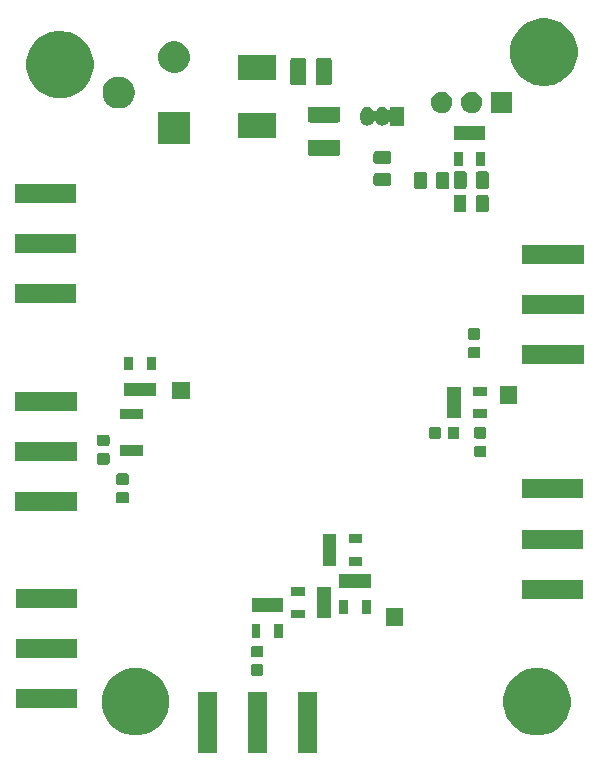
<source format=gbr>
G04 #@! TF.GenerationSoftware,KiCad,Pcbnew,(5.1.5)-3*
G04 #@! TF.CreationDate,2020-05-10T15:52:49-07:00*
G04 #@! TF.ProjectId,april_proj,61707269-6c5f-4707-926f-6a2e6b696361,rev?*
G04 #@! TF.SameCoordinates,Original*
G04 #@! TF.FileFunction,Soldermask,Top*
G04 #@! TF.FilePolarity,Negative*
%FSLAX46Y46*%
G04 Gerber Fmt 4.6, Leading zero omitted, Abs format (unit mm)*
G04 Created by KiCad (PCBNEW (5.1.5)-3) date 2020-05-10 15:52:49*
%MOMM*%
%LPD*%
G04 APERTURE LIST*
%ADD10C,0.100000*%
G04 APERTURE END LIST*
D10*
G36*
X47276000Y-83216000D02*
G01*
X45674000Y-83216000D01*
X45674000Y-78034000D01*
X47276000Y-78034000D01*
X47276000Y-83216000D01*
G37*
G36*
X51526000Y-83216000D02*
G01*
X49924000Y-83216000D01*
X49924000Y-78034000D01*
X51526000Y-78034000D01*
X51526000Y-83216000D01*
G37*
G36*
X55776000Y-83216000D02*
G01*
X54174000Y-83216000D01*
X54174000Y-78034000D01*
X55776000Y-78034000D01*
X55776000Y-83216000D01*
G37*
G36*
X41206606Y-76133563D02*
G01*
X41725455Y-76348477D01*
X42192406Y-76660484D01*
X42589516Y-77057594D01*
X42901523Y-77524545D01*
X43116437Y-78043394D01*
X43225999Y-78594201D01*
X43225999Y-79155799D01*
X43116437Y-79706606D01*
X42901523Y-80225455D01*
X42589516Y-80692406D01*
X42192406Y-81089516D01*
X41725455Y-81401523D01*
X41206606Y-81616437D01*
X40655800Y-81725999D01*
X40094200Y-81725999D01*
X39543394Y-81616437D01*
X39024545Y-81401523D01*
X38557594Y-81089516D01*
X38160484Y-80692406D01*
X37848477Y-80225455D01*
X37633563Y-79706606D01*
X37524001Y-79155799D01*
X37524001Y-78594201D01*
X37633563Y-78043394D01*
X37848477Y-77524545D01*
X38160484Y-77057594D01*
X38557594Y-76660484D01*
X39024545Y-76348477D01*
X39543394Y-76133563D01*
X40094200Y-76024001D01*
X40655800Y-76024001D01*
X41206606Y-76133563D01*
G37*
G36*
X75206606Y-76133563D02*
G01*
X75725455Y-76348477D01*
X76192406Y-76660484D01*
X76589516Y-77057594D01*
X76901523Y-77524545D01*
X77116437Y-78043394D01*
X77225999Y-78594201D01*
X77225999Y-79155799D01*
X77116437Y-79706606D01*
X76901523Y-80225455D01*
X76589516Y-80692406D01*
X76192406Y-81089516D01*
X75725455Y-81401523D01*
X75206606Y-81616437D01*
X74655800Y-81725999D01*
X74094200Y-81725999D01*
X73543394Y-81616437D01*
X73024545Y-81401523D01*
X72557594Y-81089516D01*
X72160484Y-80692406D01*
X71848477Y-80225455D01*
X71633563Y-79706606D01*
X71524001Y-79155799D01*
X71524001Y-78594201D01*
X71633563Y-78043394D01*
X71848477Y-77524545D01*
X72160484Y-77057594D01*
X72557594Y-76660484D01*
X73024545Y-76348477D01*
X73543394Y-76133563D01*
X74094200Y-76024001D01*
X74655800Y-76024001D01*
X75206606Y-76133563D01*
G37*
G36*
X35416000Y-79426000D02*
G01*
X30234000Y-79426000D01*
X30234000Y-77824000D01*
X35416000Y-77824000D01*
X35416000Y-79426000D01*
G37*
G36*
X51054591Y-75703085D02*
G01*
X51088569Y-75713393D01*
X51119890Y-75730134D01*
X51147339Y-75752661D01*
X51169866Y-75780110D01*
X51186607Y-75811431D01*
X51196915Y-75845409D01*
X51201000Y-75886890D01*
X51201000Y-76488110D01*
X51196915Y-76529591D01*
X51186607Y-76563569D01*
X51169866Y-76594890D01*
X51147339Y-76622339D01*
X51119890Y-76644866D01*
X51088569Y-76661607D01*
X51054591Y-76671915D01*
X51013110Y-76676000D01*
X50336890Y-76676000D01*
X50295409Y-76671915D01*
X50261431Y-76661607D01*
X50230110Y-76644866D01*
X50202661Y-76622339D01*
X50180134Y-76594890D01*
X50163393Y-76563569D01*
X50153085Y-76529591D01*
X50149000Y-76488110D01*
X50149000Y-75886890D01*
X50153085Y-75845409D01*
X50163393Y-75811431D01*
X50180134Y-75780110D01*
X50202661Y-75752661D01*
X50230110Y-75730134D01*
X50261431Y-75713393D01*
X50295409Y-75703085D01*
X50336890Y-75699000D01*
X51013110Y-75699000D01*
X51054591Y-75703085D01*
G37*
G36*
X35416000Y-75176000D02*
G01*
X30234000Y-75176000D01*
X30234000Y-73574000D01*
X35416000Y-73574000D01*
X35416000Y-75176000D01*
G37*
G36*
X51054591Y-74128085D02*
G01*
X51088569Y-74138393D01*
X51119890Y-74155134D01*
X51147339Y-74177661D01*
X51169866Y-74205110D01*
X51186607Y-74236431D01*
X51196915Y-74270409D01*
X51201000Y-74311890D01*
X51201000Y-74913110D01*
X51196915Y-74954591D01*
X51186607Y-74988569D01*
X51169866Y-75019890D01*
X51147339Y-75047339D01*
X51119890Y-75069866D01*
X51088569Y-75086607D01*
X51054591Y-75096915D01*
X51013110Y-75101000D01*
X50336890Y-75101000D01*
X50295409Y-75096915D01*
X50261431Y-75086607D01*
X50230110Y-75069866D01*
X50202661Y-75047339D01*
X50180134Y-75019890D01*
X50163393Y-74988569D01*
X50153085Y-74954591D01*
X50149000Y-74913110D01*
X50149000Y-74311890D01*
X50153085Y-74270409D01*
X50163393Y-74236431D01*
X50180134Y-74205110D01*
X50202661Y-74177661D01*
X50230110Y-74155134D01*
X50261431Y-74138393D01*
X50295409Y-74128085D01*
X50336890Y-74124000D01*
X51013110Y-74124000D01*
X51054591Y-74128085D01*
G37*
G36*
X52851000Y-73456000D02*
G01*
X52099000Y-73456000D01*
X52099000Y-72294000D01*
X52851000Y-72294000D01*
X52851000Y-73456000D01*
G37*
G36*
X50951000Y-73456000D02*
G01*
X50199000Y-73456000D01*
X50199000Y-72294000D01*
X50951000Y-72294000D01*
X50951000Y-73456000D01*
G37*
G36*
X63026000Y-72426000D02*
G01*
X61574000Y-72426000D01*
X61574000Y-70974000D01*
X63026000Y-70974000D01*
X63026000Y-72426000D01*
G37*
G36*
X56931000Y-71826000D02*
G01*
X55769000Y-71826000D01*
X55769000Y-69174000D01*
X56931000Y-69174000D01*
X56931000Y-71826000D01*
G37*
G36*
X54731000Y-71826000D02*
G01*
X53569000Y-71826000D01*
X53569000Y-71074000D01*
X54731000Y-71074000D01*
X54731000Y-71826000D01*
G37*
G36*
X58376000Y-71456000D02*
G01*
X57624000Y-71456000D01*
X57624000Y-70294000D01*
X58376000Y-70294000D01*
X58376000Y-71456000D01*
G37*
G36*
X60276000Y-71456000D02*
G01*
X59524000Y-71456000D01*
X59524000Y-70294000D01*
X60276000Y-70294000D01*
X60276000Y-71456000D01*
G37*
G36*
X52851000Y-71256000D02*
G01*
X50199000Y-71256000D01*
X50199000Y-70094000D01*
X52851000Y-70094000D01*
X52851000Y-71256000D01*
G37*
G36*
X35416000Y-70926000D02*
G01*
X30234000Y-70926000D01*
X30234000Y-69324000D01*
X35416000Y-69324000D01*
X35416000Y-70926000D01*
G37*
G36*
X78291000Y-70151000D02*
G01*
X73109000Y-70151000D01*
X73109000Y-68549000D01*
X78291000Y-68549000D01*
X78291000Y-70151000D01*
G37*
G36*
X54731000Y-69926000D02*
G01*
X53569000Y-69926000D01*
X53569000Y-69174000D01*
X54731000Y-69174000D01*
X54731000Y-69926000D01*
G37*
G36*
X60276000Y-69256000D02*
G01*
X57624000Y-69256000D01*
X57624000Y-68094000D01*
X60276000Y-68094000D01*
X60276000Y-69256000D01*
G37*
G36*
X57382827Y-67362066D02*
G01*
X56220827Y-67362066D01*
X56220827Y-64710066D01*
X57382827Y-64710066D01*
X57382827Y-67362066D01*
G37*
G36*
X59582827Y-67362066D02*
G01*
X58420827Y-67362066D01*
X58420827Y-66610066D01*
X59582827Y-66610066D01*
X59582827Y-67362066D01*
G37*
G36*
X78291000Y-65901000D02*
G01*
X73109000Y-65901000D01*
X73109000Y-64299000D01*
X78291000Y-64299000D01*
X78291000Y-65901000D01*
G37*
G36*
X59582827Y-65462066D02*
G01*
X58420827Y-65462066D01*
X58420827Y-64710066D01*
X59582827Y-64710066D01*
X59582827Y-65462066D01*
G37*
G36*
X35391000Y-62726000D02*
G01*
X30209000Y-62726000D01*
X30209000Y-61124000D01*
X35391000Y-61124000D01*
X35391000Y-62726000D01*
G37*
G36*
X39654591Y-61115585D02*
G01*
X39688569Y-61125893D01*
X39719890Y-61142634D01*
X39747339Y-61165161D01*
X39769866Y-61192610D01*
X39786607Y-61223931D01*
X39796915Y-61257909D01*
X39801000Y-61299390D01*
X39801000Y-61900610D01*
X39796915Y-61942091D01*
X39786607Y-61976069D01*
X39769866Y-62007390D01*
X39747339Y-62034839D01*
X39719890Y-62057366D01*
X39688569Y-62074107D01*
X39654591Y-62084415D01*
X39613110Y-62088500D01*
X38936890Y-62088500D01*
X38895409Y-62084415D01*
X38861431Y-62074107D01*
X38830110Y-62057366D01*
X38802661Y-62034839D01*
X38780134Y-62007390D01*
X38763393Y-61976069D01*
X38753085Y-61942091D01*
X38749000Y-61900610D01*
X38749000Y-61299390D01*
X38753085Y-61257909D01*
X38763393Y-61223931D01*
X38780134Y-61192610D01*
X38802661Y-61165161D01*
X38830110Y-61142634D01*
X38861431Y-61125893D01*
X38895409Y-61115585D01*
X38936890Y-61111500D01*
X39613110Y-61111500D01*
X39654591Y-61115585D01*
G37*
G36*
X78291000Y-61651000D02*
G01*
X73109000Y-61651000D01*
X73109000Y-60049000D01*
X78291000Y-60049000D01*
X78291000Y-61651000D01*
G37*
G36*
X39654591Y-59540585D02*
G01*
X39688569Y-59550893D01*
X39719890Y-59567634D01*
X39747339Y-59590161D01*
X39769866Y-59617610D01*
X39786607Y-59648931D01*
X39796915Y-59682909D01*
X39801000Y-59724390D01*
X39801000Y-60325610D01*
X39796915Y-60367091D01*
X39786607Y-60401069D01*
X39769866Y-60432390D01*
X39747339Y-60459839D01*
X39719890Y-60482366D01*
X39688569Y-60499107D01*
X39654591Y-60509415D01*
X39613110Y-60513500D01*
X38936890Y-60513500D01*
X38895409Y-60509415D01*
X38861431Y-60499107D01*
X38830110Y-60482366D01*
X38802661Y-60459839D01*
X38780134Y-60432390D01*
X38763393Y-60401069D01*
X38753085Y-60367091D01*
X38749000Y-60325610D01*
X38749000Y-59724390D01*
X38753085Y-59682909D01*
X38763393Y-59648931D01*
X38780134Y-59617610D01*
X38802661Y-59590161D01*
X38830110Y-59567634D01*
X38861431Y-59550893D01*
X38895409Y-59540585D01*
X38936890Y-59536500D01*
X39613110Y-59536500D01*
X39654591Y-59540585D01*
G37*
G36*
X38029591Y-57828085D02*
G01*
X38063569Y-57838393D01*
X38094890Y-57855134D01*
X38122339Y-57877661D01*
X38144866Y-57905110D01*
X38161607Y-57936431D01*
X38171915Y-57970409D01*
X38176000Y-58011890D01*
X38176000Y-58613110D01*
X38171915Y-58654591D01*
X38161607Y-58688569D01*
X38144866Y-58719890D01*
X38122339Y-58747339D01*
X38094890Y-58769866D01*
X38063569Y-58786607D01*
X38029591Y-58796915D01*
X37988110Y-58801000D01*
X37311890Y-58801000D01*
X37270409Y-58796915D01*
X37236431Y-58786607D01*
X37205110Y-58769866D01*
X37177661Y-58747339D01*
X37155134Y-58719890D01*
X37138393Y-58688569D01*
X37128085Y-58654591D01*
X37124000Y-58613110D01*
X37124000Y-58011890D01*
X37128085Y-57970409D01*
X37138393Y-57936431D01*
X37155134Y-57905110D01*
X37177661Y-57877661D01*
X37205110Y-57855134D01*
X37236431Y-57838393D01*
X37270409Y-57828085D01*
X37311890Y-57824000D01*
X37988110Y-57824000D01*
X38029591Y-57828085D01*
G37*
G36*
X35391000Y-58476000D02*
G01*
X30209000Y-58476000D01*
X30209000Y-56874000D01*
X35391000Y-56874000D01*
X35391000Y-58476000D01*
G37*
G36*
X69929591Y-57190585D02*
G01*
X69963569Y-57200893D01*
X69994890Y-57217634D01*
X70022339Y-57240161D01*
X70044866Y-57267610D01*
X70061607Y-57298931D01*
X70071915Y-57332909D01*
X70076000Y-57374390D01*
X70076000Y-57975610D01*
X70071915Y-58017091D01*
X70061607Y-58051069D01*
X70044866Y-58082390D01*
X70022339Y-58109839D01*
X69994890Y-58132366D01*
X69963569Y-58149107D01*
X69929591Y-58159415D01*
X69888110Y-58163500D01*
X69211890Y-58163500D01*
X69170409Y-58159415D01*
X69136431Y-58149107D01*
X69105110Y-58132366D01*
X69077661Y-58109839D01*
X69055134Y-58082390D01*
X69038393Y-58051069D01*
X69028085Y-58017091D01*
X69024000Y-57975610D01*
X69024000Y-57374390D01*
X69028085Y-57332909D01*
X69038393Y-57298931D01*
X69055134Y-57267610D01*
X69077661Y-57240161D01*
X69105110Y-57217634D01*
X69136431Y-57200893D01*
X69170409Y-57190585D01*
X69211890Y-57186500D01*
X69888110Y-57186500D01*
X69929591Y-57190585D01*
G37*
G36*
X40976000Y-58051000D02*
G01*
X39074000Y-58051000D01*
X39074000Y-57149000D01*
X40976000Y-57149000D01*
X40976000Y-58051000D01*
G37*
G36*
X38029591Y-56253085D02*
G01*
X38063569Y-56263393D01*
X38094890Y-56280134D01*
X38122339Y-56302661D01*
X38144866Y-56330110D01*
X38161607Y-56361431D01*
X38171915Y-56395409D01*
X38176000Y-56436890D01*
X38176000Y-57038110D01*
X38171915Y-57079591D01*
X38161607Y-57113569D01*
X38144866Y-57144890D01*
X38122339Y-57172339D01*
X38094890Y-57194866D01*
X38063569Y-57211607D01*
X38029591Y-57221915D01*
X37988110Y-57226000D01*
X37311890Y-57226000D01*
X37270409Y-57221915D01*
X37236431Y-57211607D01*
X37205110Y-57194866D01*
X37177661Y-57172339D01*
X37155134Y-57144890D01*
X37138393Y-57113569D01*
X37128085Y-57079591D01*
X37124000Y-57038110D01*
X37124000Y-56436890D01*
X37128085Y-56395409D01*
X37138393Y-56361431D01*
X37155134Y-56330110D01*
X37177661Y-56302661D01*
X37205110Y-56280134D01*
X37236431Y-56263393D01*
X37270409Y-56253085D01*
X37311890Y-56249000D01*
X37988110Y-56249000D01*
X38029591Y-56253085D01*
G37*
G36*
X66067091Y-55578085D02*
G01*
X66101069Y-55588393D01*
X66132390Y-55605134D01*
X66159839Y-55627661D01*
X66182366Y-55655110D01*
X66199107Y-55686431D01*
X66209415Y-55720409D01*
X66213500Y-55761890D01*
X66213500Y-56438110D01*
X66209415Y-56479591D01*
X66199107Y-56513569D01*
X66182366Y-56544890D01*
X66159839Y-56572339D01*
X66132390Y-56594866D01*
X66101069Y-56611607D01*
X66067091Y-56621915D01*
X66025610Y-56626000D01*
X65424390Y-56626000D01*
X65382909Y-56621915D01*
X65348931Y-56611607D01*
X65317610Y-56594866D01*
X65290161Y-56572339D01*
X65267634Y-56544890D01*
X65250893Y-56513569D01*
X65240585Y-56479591D01*
X65236500Y-56438110D01*
X65236500Y-55761890D01*
X65240585Y-55720409D01*
X65250893Y-55686431D01*
X65267634Y-55655110D01*
X65290161Y-55627661D01*
X65317610Y-55605134D01*
X65348931Y-55588393D01*
X65382909Y-55578085D01*
X65424390Y-55574000D01*
X66025610Y-55574000D01*
X66067091Y-55578085D01*
G37*
G36*
X67642091Y-55578085D02*
G01*
X67676069Y-55588393D01*
X67707390Y-55605134D01*
X67734839Y-55627661D01*
X67757366Y-55655110D01*
X67774107Y-55686431D01*
X67784415Y-55720409D01*
X67788500Y-55761890D01*
X67788500Y-56438110D01*
X67784415Y-56479591D01*
X67774107Y-56513569D01*
X67757366Y-56544890D01*
X67734839Y-56572339D01*
X67707390Y-56594866D01*
X67676069Y-56611607D01*
X67642091Y-56621915D01*
X67600610Y-56626000D01*
X66999390Y-56626000D01*
X66957909Y-56621915D01*
X66923931Y-56611607D01*
X66892610Y-56594866D01*
X66865161Y-56572339D01*
X66842634Y-56544890D01*
X66825893Y-56513569D01*
X66815585Y-56479591D01*
X66811500Y-56438110D01*
X66811500Y-55761890D01*
X66815585Y-55720409D01*
X66825893Y-55686431D01*
X66842634Y-55655110D01*
X66865161Y-55627661D01*
X66892610Y-55605134D01*
X66923931Y-55588393D01*
X66957909Y-55578085D01*
X66999390Y-55574000D01*
X67600610Y-55574000D01*
X67642091Y-55578085D01*
G37*
G36*
X69929591Y-55615585D02*
G01*
X69963569Y-55625893D01*
X69994890Y-55642634D01*
X70022339Y-55665161D01*
X70044866Y-55692610D01*
X70061607Y-55723931D01*
X70071915Y-55757909D01*
X70076000Y-55799390D01*
X70076000Y-56400610D01*
X70071915Y-56442091D01*
X70061607Y-56476069D01*
X70044866Y-56507390D01*
X70022339Y-56534839D01*
X69994890Y-56557366D01*
X69963569Y-56574107D01*
X69929591Y-56584415D01*
X69888110Y-56588500D01*
X69211890Y-56588500D01*
X69170409Y-56584415D01*
X69136431Y-56574107D01*
X69105110Y-56557366D01*
X69077661Y-56534839D01*
X69055134Y-56507390D01*
X69038393Y-56476069D01*
X69028085Y-56442091D01*
X69024000Y-56400610D01*
X69024000Y-55799390D01*
X69028085Y-55757909D01*
X69038393Y-55723931D01*
X69055134Y-55692610D01*
X69077661Y-55665161D01*
X69105110Y-55642634D01*
X69136431Y-55625893D01*
X69170409Y-55615585D01*
X69211890Y-55611500D01*
X69888110Y-55611500D01*
X69929591Y-55615585D01*
G37*
G36*
X40976000Y-54951000D02*
G01*
X39074000Y-54951000D01*
X39074000Y-54049000D01*
X40976000Y-54049000D01*
X40976000Y-54951000D01*
G37*
G36*
X67931659Y-54863108D02*
G01*
X66769659Y-54863108D01*
X66769659Y-52211108D01*
X67931659Y-52211108D01*
X67931659Y-54863108D01*
G37*
G36*
X70131659Y-54863108D02*
G01*
X68969659Y-54863108D01*
X68969659Y-54111108D01*
X70131659Y-54111108D01*
X70131659Y-54863108D01*
G37*
G36*
X35391000Y-54226000D02*
G01*
X30209000Y-54226000D01*
X30209000Y-52624000D01*
X35391000Y-52624000D01*
X35391000Y-54226000D01*
G37*
G36*
X72676000Y-53626000D02*
G01*
X71224000Y-53626000D01*
X71224000Y-52174000D01*
X72676000Y-52174000D01*
X72676000Y-53626000D01*
G37*
G36*
X44951000Y-53276000D02*
G01*
X43499000Y-53276000D01*
X43499000Y-51824000D01*
X44951000Y-51824000D01*
X44951000Y-53276000D01*
G37*
G36*
X42067852Y-53013107D02*
G01*
X39415852Y-53013107D01*
X39415852Y-51851107D01*
X42067852Y-51851107D01*
X42067852Y-53013107D01*
G37*
G36*
X70131659Y-52963108D02*
G01*
X68969659Y-52963108D01*
X68969659Y-52211108D01*
X70131659Y-52211108D01*
X70131659Y-52963108D01*
G37*
G36*
X40167852Y-50813107D02*
G01*
X39415852Y-50813107D01*
X39415852Y-49651107D01*
X40167852Y-49651107D01*
X40167852Y-50813107D01*
G37*
G36*
X42067852Y-50813107D02*
G01*
X41315852Y-50813107D01*
X41315852Y-49651107D01*
X42067852Y-49651107D01*
X42067852Y-50813107D01*
G37*
G36*
X78316000Y-50301000D02*
G01*
X73134000Y-50301000D01*
X73134000Y-48699000D01*
X78316000Y-48699000D01*
X78316000Y-50301000D01*
G37*
G36*
X69429591Y-48828085D02*
G01*
X69463569Y-48838393D01*
X69494890Y-48855134D01*
X69522339Y-48877661D01*
X69544866Y-48905110D01*
X69561607Y-48936431D01*
X69571915Y-48970409D01*
X69576000Y-49011890D01*
X69576000Y-49613110D01*
X69571915Y-49654591D01*
X69561607Y-49688569D01*
X69544866Y-49719890D01*
X69522339Y-49747339D01*
X69494890Y-49769866D01*
X69463569Y-49786607D01*
X69429591Y-49796915D01*
X69388110Y-49801000D01*
X68711890Y-49801000D01*
X68670409Y-49796915D01*
X68636431Y-49786607D01*
X68605110Y-49769866D01*
X68577661Y-49747339D01*
X68555134Y-49719890D01*
X68538393Y-49688569D01*
X68528085Y-49654591D01*
X68524000Y-49613110D01*
X68524000Y-49011890D01*
X68528085Y-48970409D01*
X68538393Y-48936431D01*
X68555134Y-48905110D01*
X68577661Y-48877661D01*
X68605110Y-48855134D01*
X68636431Y-48838393D01*
X68670409Y-48828085D01*
X68711890Y-48824000D01*
X69388110Y-48824000D01*
X69429591Y-48828085D01*
G37*
G36*
X69429591Y-47253085D02*
G01*
X69463569Y-47263393D01*
X69494890Y-47280134D01*
X69522339Y-47302661D01*
X69544866Y-47330110D01*
X69561607Y-47361431D01*
X69571915Y-47395409D01*
X69576000Y-47436890D01*
X69576000Y-48038110D01*
X69571915Y-48079591D01*
X69561607Y-48113569D01*
X69544866Y-48144890D01*
X69522339Y-48172339D01*
X69494890Y-48194866D01*
X69463569Y-48211607D01*
X69429591Y-48221915D01*
X69388110Y-48226000D01*
X68711890Y-48226000D01*
X68670409Y-48221915D01*
X68636431Y-48211607D01*
X68605110Y-48194866D01*
X68577661Y-48172339D01*
X68555134Y-48144890D01*
X68538393Y-48113569D01*
X68528085Y-48079591D01*
X68524000Y-48038110D01*
X68524000Y-47436890D01*
X68528085Y-47395409D01*
X68538393Y-47361431D01*
X68555134Y-47330110D01*
X68577661Y-47302661D01*
X68605110Y-47280134D01*
X68636431Y-47263393D01*
X68670409Y-47253085D01*
X68711890Y-47249000D01*
X69388110Y-47249000D01*
X69429591Y-47253085D01*
G37*
G36*
X78316000Y-46051000D02*
G01*
X73134000Y-46051000D01*
X73134000Y-44449000D01*
X78316000Y-44449000D01*
X78316000Y-46051000D01*
G37*
G36*
X35341000Y-45126000D02*
G01*
X30159000Y-45126000D01*
X30159000Y-43524000D01*
X35341000Y-43524000D01*
X35341000Y-45126000D01*
G37*
G36*
X78316000Y-41801000D02*
G01*
X73134000Y-41801000D01*
X73134000Y-40199000D01*
X78316000Y-40199000D01*
X78316000Y-41801000D01*
G37*
G36*
X35341000Y-40876000D02*
G01*
X30159000Y-40876000D01*
X30159000Y-39274000D01*
X35341000Y-39274000D01*
X35341000Y-40876000D01*
G37*
G36*
X68221968Y-35953565D02*
G01*
X68260638Y-35965296D01*
X68296277Y-35984346D01*
X68327517Y-36009983D01*
X68353154Y-36041223D01*
X68372204Y-36076862D01*
X68383935Y-36115532D01*
X68388500Y-36161888D01*
X68388500Y-37238112D01*
X68383935Y-37284468D01*
X68372204Y-37323138D01*
X68353154Y-37358777D01*
X68327517Y-37390017D01*
X68296277Y-37415654D01*
X68260638Y-37434704D01*
X68221968Y-37446435D01*
X68175612Y-37451000D01*
X67524388Y-37451000D01*
X67478032Y-37446435D01*
X67439362Y-37434704D01*
X67403723Y-37415654D01*
X67372483Y-37390017D01*
X67346846Y-37358777D01*
X67327796Y-37323138D01*
X67316065Y-37284468D01*
X67311500Y-37238112D01*
X67311500Y-36161888D01*
X67316065Y-36115532D01*
X67327796Y-36076862D01*
X67346846Y-36041223D01*
X67372483Y-36009983D01*
X67403723Y-35984346D01*
X67439362Y-35965296D01*
X67478032Y-35953565D01*
X67524388Y-35949000D01*
X68175612Y-35949000D01*
X68221968Y-35953565D01*
G37*
G36*
X70096968Y-35953565D02*
G01*
X70135638Y-35965296D01*
X70171277Y-35984346D01*
X70202517Y-36009983D01*
X70228154Y-36041223D01*
X70247204Y-36076862D01*
X70258935Y-36115532D01*
X70263500Y-36161888D01*
X70263500Y-37238112D01*
X70258935Y-37284468D01*
X70247204Y-37323138D01*
X70228154Y-37358777D01*
X70202517Y-37390017D01*
X70171277Y-37415654D01*
X70135638Y-37434704D01*
X70096968Y-37446435D01*
X70050612Y-37451000D01*
X69399388Y-37451000D01*
X69353032Y-37446435D01*
X69314362Y-37434704D01*
X69278723Y-37415654D01*
X69247483Y-37390017D01*
X69221846Y-37358777D01*
X69202796Y-37323138D01*
X69191065Y-37284468D01*
X69186500Y-37238112D01*
X69186500Y-36161888D01*
X69191065Y-36115532D01*
X69202796Y-36076862D01*
X69221846Y-36041223D01*
X69247483Y-36009983D01*
X69278723Y-35984346D01*
X69314362Y-35965296D01*
X69353032Y-35953565D01*
X69399388Y-35949000D01*
X70050612Y-35949000D01*
X70096968Y-35953565D01*
G37*
G36*
X35341000Y-36626000D02*
G01*
X30159000Y-36626000D01*
X30159000Y-35024000D01*
X35341000Y-35024000D01*
X35341000Y-36626000D01*
G37*
G36*
X66746968Y-34003565D02*
G01*
X66785638Y-34015296D01*
X66821277Y-34034346D01*
X66852517Y-34059983D01*
X66878154Y-34091223D01*
X66897204Y-34126862D01*
X66908935Y-34165532D01*
X66913500Y-34211888D01*
X66913500Y-35288112D01*
X66908935Y-35334468D01*
X66897204Y-35373138D01*
X66878154Y-35408777D01*
X66852517Y-35440017D01*
X66821277Y-35465654D01*
X66785638Y-35484704D01*
X66746968Y-35496435D01*
X66700612Y-35501000D01*
X66049388Y-35501000D01*
X66003032Y-35496435D01*
X65964362Y-35484704D01*
X65928723Y-35465654D01*
X65897483Y-35440017D01*
X65871846Y-35408777D01*
X65852796Y-35373138D01*
X65841065Y-35334468D01*
X65836500Y-35288112D01*
X65836500Y-34211888D01*
X65841065Y-34165532D01*
X65852796Y-34126862D01*
X65871846Y-34091223D01*
X65897483Y-34059983D01*
X65928723Y-34034346D01*
X65964362Y-34015296D01*
X66003032Y-34003565D01*
X66049388Y-33999000D01*
X66700612Y-33999000D01*
X66746968Y-34003565D01*
G37*
G36*
X64871968Y-34003565D02*
G01*
X64910638Y-34015296D01*
X64946277Y-34034346D01*
X64977517Y-34059983D01*
X65003154Y-34091223D01*
X65022204Y-34126862D01*
X65033935Y-34165532D01*
X65038500Y-34211888D01*
X65038500Y-35288112D01*
X65033935Y-35334468D01*
X65022204Y-35373138D01*
X65003154Y-35408777D01*
X64977517Y-35440017D01*
X64946277Y-35465654D01*
X64910638Y-35484704D01*
X64871968Y-35496435D01*
X64825612Y-35501000D01*
X64174388Y-35501000D01*
X64128032Y-35496435D01*
X64089362Y-35484704D01*
X64053723Y-35465654D01*
X64022483Y-35440017D01*
X63996846Y-35408777D01*
X63977796Y-35373138D01*
X63966065Y-35334468D01*
X63961500Y-35288112D01*
X63961500Y-34211888D01*
X63966065Y-34165532D01*
X63977796Y-34126862D01*
X63996846Y-34091223D01*
X64022483Y-34059983D01*
X64053723Y-34034346D01*
X64089362Y-34015296D01*
X64128032Y-34003565D01*
X64174388Y-33999000D01*
X64825612Y-33999000D01*
X64871968Y-34003565D01*
G37*
G36*
X68244468Y-33953565D02*
G01*
X68283138Y-33965296D01*
X68318777Y-33984346D01*
X68350017Y-34009983D01*
X68375654Y-34041223D01*
X68394704Y-34076862D01*
X68406435Y-34115532D01*
X68411000Y-34161888D01*
X68411000Y-35238112D01*
X68406435Y-35284468D01*
X68394704Y-35323138D01*
X68375654Y-35358777D01*
X68350017Y-35390017D01*
X68318777Y-35415654D01*
X68283138Y-35434704D01*
X68244468Y-35446435D01*
X68198112Y-35451000D01*
X67546888Y-35451000D01*
X67500532Y-35446435D01*
X67461862Y-35434704D01*
X67426223Y-35415654D01*
X67394983Y-35390017D01*
X67369346Y-35358777D01*
X67350296Y-35323138D01*
X67338565Y-35284468D01*
X67334000Y-35238112D01*
X67334000Y-34161888D01*
X67338565Y-34115532D01*
X67350296Y-34076862D01*
X67369346Y-34041223D01*
X67394983Y-34009983D01*
X67426223Y-33984346D01*
X67461862Y-33965296D01*
X67500532Y-33953565D01*
X67546888Y-33949000D01*
X68198112Y-33949000D01*
X68244468Y-33953565D01*
G37*
G36*
X70119468Y-33953565D02*
G01*
X70158138Y-33965296D01*
X70193777Y-33984346D01*
X70225017Y-34009983D01*
X70250654Y-34041223D01*
X70269704Y-34076862D01*
X70281435Y-34115532D01*
X70286000Y-34161888D01*
X70286000Y-35238112D01*
X70281435Y-35284468D01*
X70269704Y-35323138D01*
X70250654Y-35358777D01*
X70225017Y-35390017D01*
X70193777Y-35415654D01*
X70158138Y-35434704D01*
X70119468Y-35446435D01*
X70073112Y-35451000D01*
X69421888Y-35451000D01*
X69375532Y-35446435D01*
X69336862Y-35434704D01*
X69301223Y-35415654D01*
X69269983Y-35390017D01*
X69244346Y-35358777D01*
X69225296Y-35323138D01*
X69213565Y-35284468D01*
X69209000Y-35238112D01*
X69209000Y-34161888D01*
X69213565Y-34115532D01*
X69225296Y-34076862D01*
X69244346Y-34041223D01*
X69269983Y-34009983D01*
X69301223Y-33984346D01*
X69336862Y-33965296D01*
X69375532Y-33953565D01*
X69421888Y-33949000D01*
X70073112Y-33949000D01*
X70119468Y-33953565D01*
G37*
G36*
X61859468Y-34128565D02*
G01*
X61898138Y-34140296D01*
X61933777Y-34159346D01*
X61965017Y-34184983D01*
X61990654Y-34216223D01*
X62009704Y-34251862D01*
X62021435Y-34290532D01*
X62026000Y-34336888D01*
X62026000Y-34988112D01*
X62021435Y-35034468D01*
X62009704Y-35073138D01*
X61990654Y-35108777D01*
X61965017Y-35140017D01*
X61933777Y-35165654D01*
X61898138Y-35184704D01*
X61859468Y-35196435D01*
X61813112Y-35201000D01*
X60736888Y-35201000D01*
X60690532Y-35196435D01*
X60651862Y-35184704D01*
X60616223Y-35165654D01*
X60584983Y-35140017D01*
X60559346Y-35108777D01*
X60540296Y-35073138D01*
X60528565Y-35034468D01*
X60524000Y-34988112D01*
X60524000Y-34336888D01*
X60528565Y-34290532D01*
X60540296Y-34251862D01*
X60559346Y-34216223D01*
X60584983Y-34184983D01*
X60616223Y-34159346D01*
X60651862Y-34140296D01*
X60690532Y-34128565D01*
X60736888Y-34124000D01*
X61813112Y-34124000D01*
X61859468Y-34128565D01*
G37*
G36*
X68076000Y-33506000D02*
G01*
X67324000Y-33506000D01*
X67324000Y-32344000D01*
X68076000Y-32344000D01*
X68076000Y-33506000D01*
G37*
G36*
X69976000Y-33506000D02*
G01*
X69224000Y-33506000D01*
X69224000Y-32344000D01*
X69976000Y-32344000D01*
X69976000Y-33506000D01*
G37*
G36*
X61859468Y-32253565D02*
G01*
X61898138Y-32265296D01*
X61933777Y-32284346D01*
X61965017Y-32309983D01*
X61990654Y-32341223D01*
X62009704Y-32376862D01*
X62021435Y-32415532D01*
X62026000Y-32461888D01*
X62026000Y-33113112D01*
X62021435Y-33159468D01*
X62009704Y-33198138D01*
X61990654Y-33233777D01*
X61965017Y-33265017D01*
X61933777Y-33290654D01*
X61898138Y-33309704D01*
X61859468Y-33321435D01*
X61813112Y-33326000D01*
X60736888Y-33326000D01*
X60690532Y-33321435D01*
X60651862Y-33309704D01*
X60616223Y-33290654D01*
X60584983Y-33265017D01*
X60559346Y-33233777D01*
X60540296Y-33198138D01*
X60528565Y-33159468D01*
X60524000Y-33113112D01*
X60524000Y-32461888D01*
X60528565Y-32415532D01*
X60540296Y-32376862D01*
X60559346Y-32341223D01*
X60584983Y-32309983D01*
X60616223Y-32284346D01*
X60651862Y-32265296D01*
X60690532Y-32253565D01*
X60736888Y-32249000D01*
X61813112Y-32249000D01*
X61859468Y-32253565D01*
G37*
G36*
X57553604Y-31288348D02*
G01*
X57590144Y-31299433D01*
X57623821Y-31317434D01*
X57653341Y-31341660D01*
X57677567Y-31371180D01*
X57695568Y-31404857D01*
X57706653Y-31441397D01*
X57711000Y-31485539D01*
X57711000Y-32434463D01*
X57706653Y-32478605D01*
X57695568Y-32515145D01*
X57677567Y-32548822D01*
X57653341Y-32578342D01*
X57623821Y-32602568D01*
X57590144Y-32620569D01*
X57553604Y-32631654D01*
X57509462Y-32636001D01*
X55160538Y-32636001D01*
X55116396Y-32631654D01*
X55079856Y-32620569D01*
X55046179Y-32602568D01*
X55016659Y-32578342D01*
X54992433Y-32548822D01*
X54974432Y-32515145D01*
X54963347Y-32478605D01*
X54959000Y-32434463D01*
X54959000Y-31485539D01*
X54963347Y-31441397D01*
X54974432Y-31404857D01*
X54992433Y-31371180D01*
X55016659Y-31341660D01*
X55046179Y-31317434D01*
X55079856Y-31299433D01*
X55116396Y-31288348D01*
X55160538Y-31284001D01*
X57509462Y-31284001D01*
X57553604Y-31288348D01*
G37*
G36*
X44993004Y-31644122D02*
G01*
X42291004Y-31644122D01*
X42291004Y-28942122D01*
X44993004Y-28942122D01*
X44993004Y-31644122D01*
G37*
G36*
X69976000Y-31306000D02*
G01*
X67324000Y-31306000D01*
X67324000Y-30144000D01*
X69976000Y-30144000D01*
X69976000Y-31306000D01*
G37*
G36*
X52301000Y-31116000D02*
G01*
X49049000Y-31116000D01*
X49049000Y-29054000D01*
X52301000Y-29054000D01*
X52301000Y-31116000D01*
G37*
G36*
X61377916Y-28497334D02*
G01*
X61486492Y-28530271D01*
X61486495Y-28530272D01*
X61507800Y-28541660D01*
X61586557Y-28583756D01*
X61674264Y-28655736D01*
X61737383Y-28732646D01*
X61754702Y-28749965D01*
X61775077Y-28763579D01*
X61797716Y-28772957D01*
X61821749Y-28777737D01*
X61846253Y-28777737D01*
X61870286Y-28772957D01*
X61892925Y-28763579D01*
X61913299Y-28749966D01*
X61930626Y-28732639D01*
X61944240Y-28712264D01*
X61953618Y-28689625D01*
X61958398Y-28665592D01*
X61959000Y-28653340D01*
X61959000Y-28489000D01*
X63111000Y-28489000D01*
X63111000Y-30091000D01*
X61959000Y-30091000D01*
X61959000Y-29926660D01*
X61956598Y-29902274D01*
X61949485Y-29878825D01*
X61937934Y-29857214D01*
X61922389Y-29838272D01*
X61903447Y-29822727D01*
X61881836Y-29811176D01*
X61858387Y-29804063D01*
X61834001Y-29801661D01*
X61809615Y-29804063D01*
X61786166Y-29811176D01*
X61764555Y-29822727D01*
X61737381Y-29847356D01*
X61674264Y-29924264D01*
X61586556Y-29996244D01*
X61522600Y-30030429D01*
X61486494Y-30049728D01*
X61486491Y-30049729D01*
X61377915Y-30082666D01*
X61265000Y-30093787D01*
X61152084Y-30082666D01*
X61043508Y-30049729D01*
X61043505Y-30049728D01*
X61007399Y-30030429D01*
X60943443Y-29996244D01*
X60855736Y-29924264D01*
X60783756Y-29836556D01*
X60740239Y-29755140D01*
X60726625Y-29734766D01*
X60709298Y-29717439D01*
X60688924Y-29703825D01*
X60666285Y-29694448D01*
X60642251Y-29689668D01*
X60617747Y-29689668D01*
X60593714Y-29694449D01*
X60571075Y-29703826D01*
X60550701Y-29717440D01*
X60533374Y-29734767D01*
X60519762Y-29755140D01*
X60476244Y-29836557D01*
X60404264Y-29924264D01*
X60316556Y-29996244D01*
X60252600Y-30030429D01*
X60216494Y-30049728D01*
X60216491Y-30049729D01*
X60107915Y-30082666D01*
X59995000Y-30093787D01*
X59882084Y-30082666D01*
X59773508Y-30049729D01*
X59773505Y-30049728D01*
X59737399Y-30030429D01*
X59673443Y-29996244D01*
X59585736Y-29924264D01*
X59513756Y-29836556D01*
X59466862Y-29748822D01*
X59460272Y-29736494D01*
X59454492Y-29717440D01*
X59427334Y-29627915D01*
X59419000Y-29543297D01*
X59419000Y-29036702D01*
X59427334Y-28952084D01*
X59460271Y-28843508D01*
X59460272Y-28843505D01*
X59513756Y-28743445D01*
X59513757Y-28743443D01*
X59585737Y-28655736D01*
X59673444Y-28583756D01*
X59752201Y-28541660D01*
X59773506Y-28530272D01*
X59773509Y-28530271D01*
X59882085Y-28497334D01*
X59995000Y-28486213D01*
X60107916Y-28497334D01*
X60216492Y-28530271D01*
X60216495Y-28530272D01*
X60237800Y-28541660D01*
X60316557Y-28583756D01*
X60404264Y-28655736D01*
X60476244Y-28743443D01*
X60492019Y-28772957D01*
X60519761Y-28824859D01*
X60533375Y-28845234D01*
X60550702Y-28862561D01*
X60571076Y-28876174D01*
X60593715Y-28885552D01*
X60617748Y-28890332D01*
X60642252Y-28890332D01*
X60666285Y-28885552D01*
X60688924Y-28876174D01*
X60709299Y-28862560D01*
X60726626Y-28845233D01*
X60740239Y-28824859D01*
X60783756Y-28743445D01*
X60783757Y-28743443D01*
X60855737Y-28655736D01*
X60943444Y-28583756D01*
X61022201Y-28541660D01*
X61043506Y-28530272D01*
X61043509Y-28530271D01*
X61152085Y-28497334D01*
X61265000Y-28486213D01*
X61377916Y-28497334D01*
G37*
G36*
X57553604Y-28488348D02*
G01*
X57590144Y-28499433D01*
X57623821Y-28517434D01*
X57653341Y-28541660D01*
X57677567Y-28571180D01*
X57695568Y-28604857D01*
X57706653Y-28641397D01*
X57711000Y-28685539D01*
X57711000Y-29634463D01*
X57706653Y-29678605D01*
X57695568Y-29715145D01*
X57677567Y-29748822D01*
X57653341Y-29778342D01*
X57623821Y-29802568D01*
X57590144Y-29820569D01*
X57553604Y-29831654D01*
X57509462Y-29836001D01*
X55160538Y-29836001D01*
X55116396Y-29831654D01*
X55079856Y-29820569D01*
X55046179Y-29802568D01*
X55016659Y-29778342D01*
X54992433Y-29748822D01*
X54974432Y-29715145D01*
X54963347Y-29678605D01*
X54959000Y-29634463D01*
X54959000Y-28685539D01*
X54963347Y-28641397D01*
X54974432Y-28604857D01*
X54992433Y-28571180D01*
X55016659Y-28541660D01*
X55046179Y-28517434D01*
X55079856Y-28499433D01*
X55116396Y-28488348D01*
X55160538Y-28484001D01*
X57509462Y-28484001D01*
X57553604Y-28488348D01*
G37*
G36*
X68948512Y-27228927D02*
G01*
X69097812Y-27258624D01*
X69261784Y-27326544D01*
X69409354Y-27425147D01*
X69534853Y-27550646D01*
X69633456Y-27698216D01*
X69701376Y-27862188D01*
X69736000Y-28036259D01*
X69736000Y-28213741D01*
X69701376Y-28387812D01*
X69633456Y-28551784D01*
X69534853Y-28699354D01*
X69409354Y-28824853D01*
X69261784Y-28923456D01*
X69097812Y-28991376D01*
X68948512Y-29021073D01*
X68923742Y-29026000D01*
X68746258Y-29026000D01*
X68721488Y-29021073D01*
X68572188Y-28991376D01*
X68408216Y-28923456D01*
X68260646Y-28824853D01*
X68135147Y-28699354D01*
X68036544Y-28551784D01*
X67968624Y-28387812D01*
X67934000Y-28213741D01*
X67934000Y-28036259D01*
X67968624Y-27862188D01*
X68036544Y-27698216D01*
X68135147Y-27550646D01*
X68260646Y-27425147D01*
X68408216Y-27326544D01*
X68572188Y-27258624D01*
X68721488Y-27228927D01*
X68746258Y-27224000D01*
X68923742Y-27224000D01*
X68948512Y-27228927D01*
G37*
G36*
X66408512Y-27228927D02*
G01*
X66557812Y-27258624D01*
X66721784Y-27326544D01*
X66869354Y-27425147D01*
X66994853Y-27550646D01*
X67093456Y-27698216D01*
X67161376Y-27862188D01*
X67196000Y-28036259D01*
X67196000Y-28213741D01*
X67161376Y-28387812D01*
X67093456Y-28551784D01*
X66994853Y-28699354D01*
X66869354Y-28824853D01*
X66721784Y-28923456D01*
X66557812Y-28991376D01*
X66408512Y-29021073D01*
X66383742Y-29026000D01*
X66206258Y-29026000D01*
X66181488Y-29021073D01*
X66032188Y-28991376D01*
X65868216Y-28923456D01*
X65720646Y-28824853D01*
X65595147Y-28699354D01*
X65496544Y-28551784D01*
X65428624Y-28387812D01*
X65394000Y-28213741D01*
X65394000Y-28036259D01*
X65428624Y-27862188D01*
X65496544Y-27698216D01*
X65595147Y-27550646D01*
X65720646Y-27425147D01*
X65868216Y-27326544D01*
X66032188Y-27258624D01*
X66181488Y-27228927D01*
X66206258Y-27224000D01*
X66383742Y-27224000D01*
X66408512Y-27228927D01*
G37*
G36*
X72276000Y-29026000D02*
G01*
X70474000Y-29026000D01*
X70474000Y-27224000D01*
X72276000Y-27224000D01*
X72276000Y-29026000D01*
G37*
G36*
X39336076Y-25994040D02*
G01*
X39566577Y-26089516D01*
X39581943Y-26095881D01*
X39693332Y-26170309D01*
X39803215Y-26243731D01*
X39991395Y-26431911D01*
X40139246Y-26653185D01*
X40241086Y-26899050D01*
X40293004Y-27160059D01*
X40293004Y-27426185D01*
X40241086Y-27687194D01*
X40168602Y-27862188D01*
X40139245Y-27933061D01*
X39991394Y-28154334D01*
X39803216Y-28342512D01*
X39581943Y-28490363D01*
X39581942Y-28490364D01*
X39581941Y-28490364D01*
X39336076Y-28592204D01*
X39075067Y-28644122D01*
X38808941Y-28644122D01*
X38547932Y-28592204D01*
X38302067Y-28490364D01*
X38302066Y-28490364D01*
X38302065Y-28490363D01*
X38080792Y-28342512D01*
X37892614Y-28154334D01*
X37744763Y-27933061D01*
X37715407Y-27862188D01*
X37642922Y-27687194D01*
X37591004Y-27426185D01*
X37591004Y-27160059D01*
X37642922Y-26899050D01*
X37744762Y-26653185D01*
X37892613Y-26431911D01*
X38080793Y-26243731D01*
X38190676Y-26170309D01*
X38302065Y-26095881D01*
X38317432Y-26089516D01*
X38547932Y-25994040D01*
X38808941Y-25942122D01*
X39075067Y-25942122D01*
X39336076Y-25994040D01*
G37*
G36*
X34531202Y-22128782D02*
G01*
X34806606Y-22183563D01*
X35325455Y-22398477D01*
X35792406Y-22710484D01*
X36189516Y-23107594D01*
X36501523Y-23574545D01*
X36501524Y-23574547D01*
X36716437Y-24093395D01*
X36825999Y-24644200D01*
X36825999Y-25205800D01*
X36716437Y-25756605D01*
X36514664Y-26243731D01*
X36501523Y-26275455D01*
X36189516Y-26742406D01*
X35792406Y-27139516D01*
X35325455Y-27451523D01*
X34806606Y-27666437D01*
X34255800Y-27775999D01*
X33694200Y-27775999D01*
X33143394Y-27666437D01*
X32624545Y-27451523D01*
X32157594Y-27139516D01*
X31760484Y-26742406D01*
X31448477Y-26275455D01*
X31435337Y-26243731D01*
X31233563Y-25756605D01*
X31124001Y-25205800D01*
X31124001Y-24644200D01*
X31233563Y-24093395D01*
X31448476Y-23574547D01*
X31448477Y-23574545D01*
X31760484Y-23107594D01*
X32157594Y-22710484D01*
X32624545Y-22398477D01*
X33143394Y-22183563D01*
X33694200Y-22074001D01*
X34255800Y-22074001D01*
X34531202Y-22128782D01*
G37*
G36*
X75506202Y-21078782D02*
G01*
X75781606Y-21133563D01*
X76300455Y-21348477D01*
X76767406Y-21660484D01*
X77164516Y-22057594D01*
X77392286Y-22398476D01*
X77476524Y-22524547D01*
X77691437Y-23043395D01*
X77800999Y-23594200D01*
X77800999Y-24155800D01*
X77691437Y-24706605D01*
X77484665Y-25205800D01*
X77476523Y-25225455D01*
X77164516Y-25692406D01*
X76767406Y-26089516D01*
X76300455Y-26401523D01*
X76300454Y-26401524D01*
X76300453Y-26401524D01*
X76227094Y-26431910D01*
X75781606Y-26616437D01*
X75560503Y-26660417D01*
X75230800Y-26725999D01*
X74669200Y-26725999D01*
X74339497Y-26660417D01*
X74118394Y-26616437D01*
X73672906Y-26431910D01*
X73599547Y-26401524D01*
X73599546Y-26401524D01*
X73599545Y-26401523D01*
X73132594Y-26089516D01*
X72735484Y-25692406D01*
X72423477Y-25225455D01*
X72415336Y-25205800D01*
X72208563Y-24706605D01*
X72099001Y-24155800D01*
X72099001Y-23594200D01*
X72208563Y-23043395D01*
X72423476Y-22524547D01*
X72507714Y-22398476D01*
X72735484Y-22057594D01*
X73132594Y-21660484D01*
X73599545Y-21348477D01*
X74118394Y-21133563D01*
X74393798Y-21078782D01*
X74669200Y-21024001D01*
X75230800Y-21024001D01*
X75506202Y-21078782D01*
G37*
G36*
X56833604Y-24383347D02*
G01*
X56870144Y-24394432D01*
X56903821Y-24412433D01*
X56933341Y-24436659D01*
X56957567Y-24466179D01*
X56975568Y-24499856D01*
X56986653Y-24536396D01*
X56991000Y-24580538D01*
X56991000Y-26479462D01*
X56986653Y-26523604D01*
X56975568Y-26560144D01*
X56957567Y-26593821D01*
X56933341Y-26623341D01*
X56903821Y-26647567D01*
X56870144Y-26665568D01*
X56833604Y-26676653D01*
X56789462Y-26681000D01*
X55840538Y-26681000D01*
X55796396Y-26676653D01*
X55759856Y-26665568D01*
X55726179Y-26647567D01*
X55696659Y-26623341D01*
X55672433Y-26593821D01*
X55654432Y-26560144D01*
X55643347Y-26523604D01*
X55639000Y-26479462D01*
X55639000Y-24580538D01*
X55643347Y-24536396D01*
X55654432Y-24499856D01*
X55672433Y-24466179D01*
X55696659Y-24436659D01*
X55726179Y-24412433D01*
X55759856Y-24394432D01*
X55796396Y-24383347D01*
X55840538Y-24379000D01*
X56789462Y-24379000D01*
X56833604Y-24383347D01*
G37*
G36*
X54683604Y-24383347D02*
G01*
X54720144Y-24394432D01*
X54753821Y-24412433D01*
X54783341Y-24436659D01*
X54807567Y-24466179D01*
X54825568Y-24499856D01*
X54836653Y-24536396D01*
X54841000Y-24580538D01*
X54841000Y-26479462D01*
X54836653Y-26523604D01*
X54825568Y-26560144D01*
X54807567Y-26593821D01*
X54783341Y-26623341D01*
X54753821Y-26647567D01*
X54720144Y-26665568D01*
X54683604Y-26676653D01*
X54639462Y-26681000D01*
X53690538Y-26681000D01*
X53646396Y-26676653D01*
X53609856Y-26665568D01*
X53576179Y-26647567D01*
X53546659Y-26623341D01*
X53522433Y-26593821D01*
X53504432Y-26560144D01*
X53493347Y-26523604D01*
X53489000Y-26479462D01*
X53489000Y-24580538D01*
X53493347Y-24536396D01*
X53504432Y-24499856D01*
X53522433Y-24466179D01*
X53546659Y-24436659D01*
X53576179Y-24412433D01*
X53609856Y-24394432D01*
X53646396Y-24383347D01*
X53690538Y-24379000D01*
X54639462Y-24379000D01*
X54683604Y-24383347D01*
G37*
G36*
X52301000Y-26206000D02*
G01*
X49049000Y-26206000D01*
X49049000Y-24144000D01*
X52301000Y-24144000D01*
X52301000Y-26206000D01*
G37*
G36*
X44036076Y-22994040D02*
G01*
X44281943Y-23095881D01*
X44503216Y-23243732D01*
X44691394Y-23431910D01*
X44799834Y-23594200D01*
X44839246Y-23653185D01*
X44941086Y-23899050D01*
X44993004Y-24160059D01*
X44993004Y-24426185D01*
X44978350Y-24499856D01*
X44941086Y-24687194D01*
X44839245Y-24933061D01*
X44691394Y-25154334D01*
X44503216Y-25342512D01*
X44281943Y-25490363D01*
X44281942Y-25490364D01*
X44281941Y-25490364D01*
X44036076Y-25592204D01*
X43775067Y-25644122D01*
X43508941Y-25644122D01*
X43247932Y-25592204D01*
X43002067Y-25490364D01*
X43002066Y-25490364D01*
X43002065Y-25490363D01*
X42780792Y-25342512D01*
X42592614Y-25154334D01*
X42444763Y-24933061D01*
X42342922Y-24687194D01*
X42305658Y-24499856D01*
X42291004Y-24426185D01*
X42291004Y-24160059D01*
X42342922Y-23899050D01*
X42444762Y-23653185D01*
X42484175Y-23594200D01*
X42592614Y-23431910D01*
X42780792Y-23243732D01*
X43002065Y-23095881D01*
X43247932Y-22994040D01*
X43508941Y-22942122D01*
X43775067Y-22942122D01*
X44036076Y-22994040D01*
G37*
M02*

</source>
